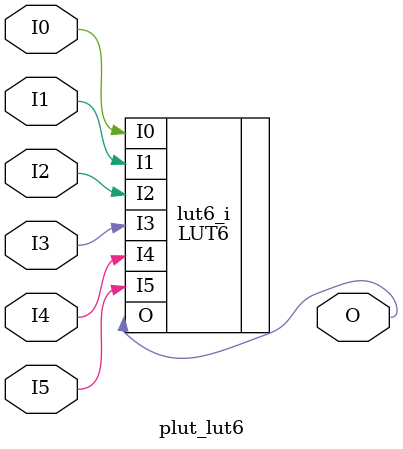
<source format=sv>
`timescale 1ns/1ps

module plut_lut6 #(
    parameter [63:0] INIT = 64'h0
) (
    input  wire I0,
    input  wire I1,
    input  wire I2,
    input  wire I3,
    input  wire I4,
    input  wire I5,
    output wire O
);
    (* DONT_TOUCH = "TRUE" *)
    LUT6 #(.INIT(INIT)) lut6_i (
        .I0(I0), .I1(I1), .I2(I2), .I3(I3), .I4(I4), .I5(I5), .O(O)
    );
endmodule

</source>
